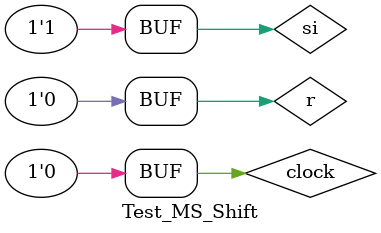
<source format=sv>
`timescale 1ns/1ns
module MS_Shirftrigester(input si,r,clock,output[7:0] w);
  MS_LatchRST T1(r,si,clock,w[0]);
  MS_LatchRST T2(r,w[0],clock,w[1]);
  MS_LatchRST T3(r,w[1],clock,w[2]);
  MS_LatchRST T4(r,w[2],clock,w[3]);
  MS_LatchRST T5(r,w[3],clock,w[4]);
  MS_LatchRST T6(r,w[4],clock,w[5]);
  MS_LatchRST T7(r,w[5],clock,w[6]);
  MS_LatchRST T8(r,w[6],clock,w[7]);
endmodule


module Test_MS_Shift();
  logic[7:0] w;
  logic si,r=0,clock=0;
  MS_Shirftrigester Y0(si,r,clock,w);

    initial repeat (100) #(25) clock=~clock;
    
    initial begin;
      #(30) si=0;
      #(30) si=1;
      #(30) si=0;r=1;
      #(30) si=1;r=0;
    end
  endmodule
  
</source>
